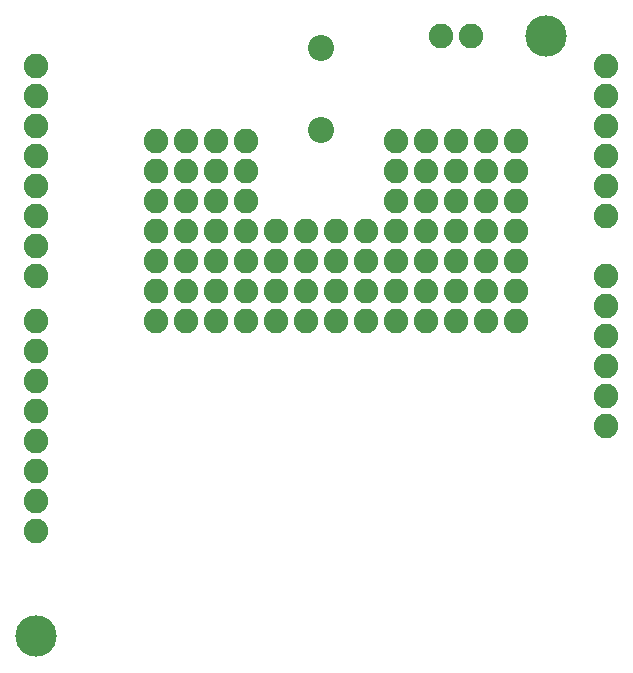
<source format=gbr>
G04 EAGLE Gerber RS-274X export*
G75*
%MOMM*%
%FSLAX34Y34*%
%LPD*%
%INSoldermask Bottom*%
%IPPOS*%
%AMOC8*
5,1,8,0,0,1.08239X$1,22.5*%
G01*
%ADD10C,2.082800*%
%ADD11C,3.505200*%
%ADD12C,2.203200*%


D10*
X508000Y241300D03*
X508000Y266700D03*
X508000Y292100D03*
X508000Y317500D03*
X508000Y342900D03*
X508000Y368300D03*
X508000Y419100D03*
X508000Y444500D03*
X508000Y469900D03*
X508000Y495300D03*
X508000Y520700D03*
X508000Y546100D03*
X25400Y546100D03*
X25400Y520700D03*
X25400Y495300D03*
X25400Y469900D03*
X25400Y444500D03*
X25400Y419100D03*
X25400Y393700D03*
X25400Y368300D03*
X25400Y330200D03*
X25400Y304800D03*
X25400Y279400D03*
X25400Y254000D03*
X25400Y228600D03*
X25400Y203200D03*
X25400Y177800D03*
X25400Y152400D03*
D11*
X457200Y571500D03*
X25400Y63500D03*
D10*
X368300Y571500D03*
X393700Y571500D03*
D12*
X266700Y561900D03*
X266700Y491900D03*
D10*
X127000Y330200D03*
X152400Y330200D03*
X177800Y330200D03*
X203200Y330200D03*
X228600Y330200D03*
X279400Y330200D03*
X304800Y330200D03*
X330200Y330200D03*
X355600Y330200D03*
X381000Y330200D03*
X406400Y330200D03*
X431800Y330200D03*
X431800Y355600D03*
X406400Y355600D03*
X381000Y355600D03*
X355600Y355600D03*
X330200Y355600D03*
X304800Y355600D03*
X279400Y355600D03*
X254000Y355600D03*
X228600Y355600D03*
X203200Y355600D03*
X177800Y355600D03*
X152400Y355600D03*
X127000Y355600D03*
X127000Y381000D03*
X152400Y381000D03*
X177800Y381000D03*
X203200Y381000D03*
X228600Y381000D03*
X254000Y381000D03*
X279400Y381000D03*
X304800Y381000D03*
X330200Y381000D03*
X355600Y381000D03*
X381000Y381000D03*
X406400Y381000D03*
X431800Y381000D03*
X431800Y406400D03*
X406400Y406400D03*
X381000Y406400D03*
X355600Y406400D03*
X330200Y406400D03*
X304800Y406400D03*
X279400Y406400D03*
X254000Y406400D03*
X228600Y406400D03*
X203200Y406400D03*
X177800Y406400D03*
X152400Y406400D03*
X127000Y406400D03*
X127000Y431800D03*
X152400Y431800D03*
X177800Y431800D03*
X203200Y431800D03*
X330200Y431800D03*
X355600Y431800D03*
X381000Y431800D03*
X406400Y431800D03*
X431800Y431800D03*
X431800Y457200D03*
X406400Y457200D03*
X381000Y457200D03*
X355600Y457200D03*
X330200Y457200D03*
X203200Y457200D03*
X177800Y457200D03*
X152400Y457200D03*
X127000Y457200D03*
X127000Y482600D03*
X177800Y482600D03*
X152400Y482600D03*
X203200Y482600D03*
X330200Y482600D03*
X355600Y482600D03*
X381000Y482600D03*
X406400Y482600D03*
X431800Y482600D03*
X254000Y330200D03*
M02*

</source>
